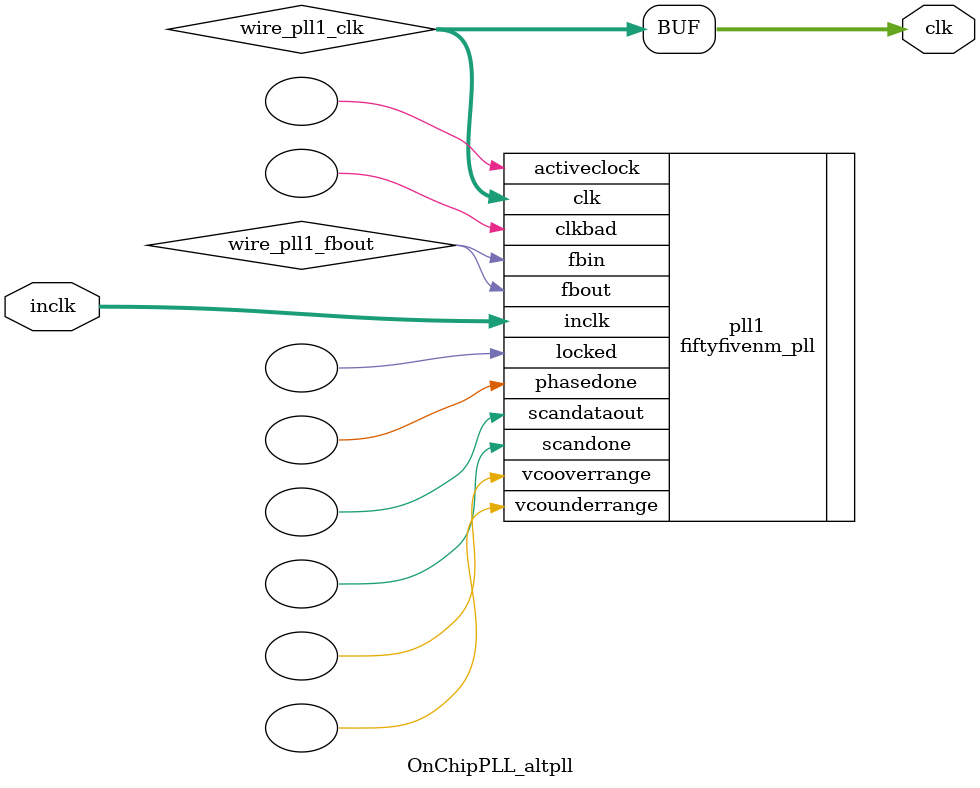
<source format=v>






//synthesis_resources = fiftyfivenm_pll 1 
//synopsys translate_off
`timescale 1 ps / 1 ps
//synopsys translate_on
module  OnChipPLL_altpll
	( 
	clk,
	inclk) /* synthesis synthesis_clearbox=1 */;
	output   [4:0]  clk;
	input   [1:0]  inclk;
`ifndef ALTERA_RESERVED_QIS
// synopsys translate_off
`endif
	tri0   [1:0]  inclk;
`ifndef ALTERA_RESERVED_QIS
// synopsys translate_on
`endif

	wire  [4:0]   wire_pll1_clk;
	wire  wire_pll1_fbout;

	fiftyfivenm_pll   pll1
	( 
	.activeclock(),
	.clk(wire_pll1_clk),
	.clkbad(),
	.fbin(wire_pll1_fbout),
	.fbout(wire_pll1_fbout),
	.inclk(inclk),
	.locked(),
	.phasedone(),
	.scandataout(),
	.scandone(),
	.vcooverrange(),
	.vcounderrange()
	`ifndef FORMAL_VERIFICATION
	// synopsys translate_off
	`endif
	,
	.areset(1'b0),
	.clkswitch(1'b0),
	.configupdate(1'b0),
	.pfdena(1'b1),
	.phasecounterselect({3{1'b0}}),
	.phasestep(1'b0),
	.phaseupdown(1'b0),
	.scanclk(1'b0),
	.scanclkena(1'b1),
	.scandata(1'b0)
	`ifndef FORMAL_VERIFICATION
	// synopsys translate_on
	`endif
	);
	defparam
		pll1.bandwidth_type = "auto",
		pll1.clk0_divide_by = 625,
		pll1.clk0_duty_cycle = 50,
		pll1.clk0_multiply_by = 2,
		pll1.clk0_phase_shift = "0",
		pll1.clk1_divide_by = 50,
		pll1.clk1_duty_cycle = 50,
		pll1.clk1_multiply_by = 1,
		pll1.clk1_phase_shift = "0",
		pll1.compensate_clock = "clk0",
		pll1.inclk0_input_frequency = 20000,
		pll1.operation_mode = "normal",
		pll1.pll_type = "auto",
		pll1.lpm_type = "fiftyfivenm_pll";
	assign
		clk = {wire_pll1_clk[4:0]};
endmodule //OnChipPLL_altpll
//VALID FILE

</source>
